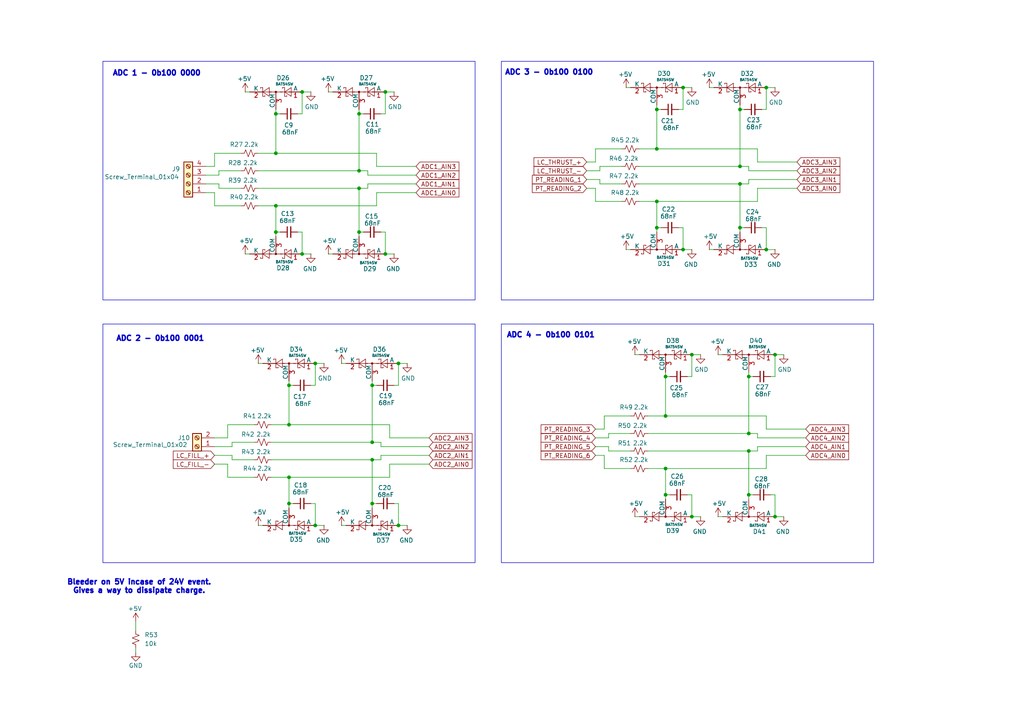
<source format=kicad_sch>
(kicad_sch (version 20250114) (generator "eeschema") (generator_version "9.0")
  (paper "A4")
  (title_block (rev "1.0.0") (company "Queen's Rocket Engineering Team"))
  (lib_symbols
    (symbol "Connector:Screw_Terminal_01x02" (pin_names (offset 1.016) (hide yes))
      (property "Reference" "J" (at 0 2.54 0))
      (property "Value" "Screw_Terminal_01x02" (at 0 -5.08 0))
      (symbol "Screw_Terminal_01x02_1_1"
        (rectangle (start -1.27 1.27) (end 1.27 -3.81) (stroke (width 0.254)) (fill (type background)))
        (polyline (pts (xy -0.5334 0.3302) (xy 0.3302 -0.508)) (stroke (width 0.1524)))
        (polyline (pts (xy -0.5334 -2.2098) (xy 0.3302 -3.048)) (stroke (width 0.1524)))
        (polyline (pts (xy -0.3556 0.508) (xy 0.508 -0.3302)) (stroke (width 0.1524)))
        (polyline (pts (xy -0.3556 -2.032) (xy 0.508 -2.8702)) (stroke (width 0.1524)))
        (circle (center 0 0) (radius 0.635) (stroke (width 0.1524)))
        (circle (center 0 -2.54) (radius 0.635) (stroke (width 0.1524)))
        (pin passive line (at -5.08 0 0) (length 3.81) (name "Pin_1") (number "1"))
        (pin passive line (at -5.08 -2.54 0) (length 3.81) (name "Pin_2") (number "2"))
      )
    )
    (symbol "Connector:Screw_Terminal_01x04" (pin_names (offset 1.016) (hide yes))
      (property "Reference" "J" (at 0 5.08 0))
      (property "Value" "Screw_Terminal_01x04" (at 0 -7.62 0))
      (symbol "Screw_Terminal_01x04_1_1"
        (rectangle (start -1.27 3.81) (end 1.27 -6.35) (stroke (width 0.254)) (fill (type background)))
        (polyline (pts (xy -0.5334 2.8702) (xy 0.3302 2.032)) (stroke (width 0.1524)))
        (polyline (pts (xy -0.5334 0.3302) (xy 0.3302 -0.508)) (stroke (width 0.1524)))
        (polyline (pts (xy -0.5334 -2.2098) (xy 0.3302 -3.048)) (stroke (width 0.1524)))
        (polyline (pts (xy -0.5334 -4.7498) (xy 0.3302 -5.588)) (stroke (width 0.1524)))
        (polyline (pts (xy -0.3556 3.048) (xy 0.508 2.2098)) (stroke (width 0.1524)))
        (polyline (pts (xy -0.3556 0.508) (xy 0.508 -0.3302)) (stroke (width 0.1524)))
        (polyline (pts (xy -0.3556 -2.032) (xy 0.508 -2.8702)) (stroke (width 0.1524)))
        (polyline (pts (xy -0.3556 -4.572) (xy 0.508 -5.4102)) (stroke (width 0.1524)))
        (circle (center 0 2.54) (radius 0.635) (stroke (width 0.1524)))
        (circle (center 0 0) (radius 0.635) (stroke (width 0.1524)))
        (circle (center 0 -2.54) (radius 0.635) (stroke (width 0.1524)))
        (circle (center 0 -5.08) (radius 0.635) (stroke (width 0.1524)))
        (pin passive line (at -5.08 2.54 0) (length 3.81) (name "Pin_1") (number "1"))
        (pin passive line (at -5.08 0 0) (length 3.81) (name "Pin_2") (number "2"))
        (pin passive line (at -5.08 -2.54 0) (length 3.81) (name "Pin_3") (number "3"))
        (pin passive line (at -5.08 -5.08 0) (length 3.81) (name "Pin_4") (number "4"))
      )
    )
    (symbol "Device:C_Small" (pin_numbers (hide yes)) (pin_names (offset 0.254) (hide yes))
      (property "Reference" "C" (at 0.254 1.778 0))
      (property "Value" "C_Small" (at 0.254 -2.032 0))
      (symbol "C_Small_0_1"
        (polyline (pts (xy -1.524 0.508) (xy 1.524 0.508)) (stroke (width 0.3048)))
        (polyline (pts (xy -1.524 -0.508) (xy 1.524 -0.508)) (stroke (width 0.3302)))
      )
      (symbol "C_Small_1_1"
        (pin passive line (at 0 2.54 270) (length 2.032) (name "~") (number "1"))
        (pin passive line (at 0 -2.54 90) (length 2.032) (name "~") (number "2"))
      )
    )
    (symbol "Device:R_Small_US" (pin_numbers (hide yes)) (pin_names (offset 0.254) (hide yes))
      (property "Reference" "R" (at 0.762 0.508 0))
      (property "Value" "R_Small_US" (at 0.762 -1.016 0))
      (symbol "R_Small_US_1_1"
        (polyline (pts (xy 0 1.524) (xy 1.016 1.143) (xy 0 0.762) (xy -1.016 0.381) (xy 0 0)))
        (polyline (pts (xy 0 0) (xy 1.016 -0.381) (xy 0 -0.762) (xy -1.016 -1.143) (xy 0 -1.524)))
        (pin passive line (at 0 2.54 270) (length 1.016) (name "~") (number "1"))
        (pin passive line (at 0 -2.54 90) (length 1.016) (name "~") (number "2"))
      )
    )
    (symbol "Diode:BAT54SW" (pin_names (offset 0))
      (property "Reference" "D" (at 0.635 -3.81 0))
      (property "Value" "BAT54SW" (at -6.35 3.175 0))
      (symbol "BAT54SW_0_1"
        (polyline (pts (xy -4.445 1.27) (xy -4.445 -1.27) (xy -2.54 0) (xy -4.445 1.27)))
        (polyline (pts (xy -3.81 0) (xy -1.27 0)))
        (polyline (pts (xy -3.175 -1.27) (xy -3.175 -1.016)))
        (polyline (pts (xy -2.54 1.27) (xy -1.905 1.27)))
        (polyline (pts (xy -2.54 -1.27) (xy -3.175 -1.27)))
        (polyline (pts (xy -2.54 -1.27) (xy -2.54 1.27)))
        (polyline (pts (xy -1.905 1.27) (xy -1.905 1.016)))
        (polyline (pts (xy -1.905 0) (xy 1.905 0)))
        (circle (center 0 0) (radius 0.254) (fill (type outline)))
        (polyline (pts (xy 1.27 0) (xy 3.81 0)))
        (polyline (pts (xy 1.905 1.27) (xy 1.905 -1.27) (xy 3.81 0) (xy 1.905 1.27)))
        (polyline (pts (xy 3.175 -1.27) (xy 3.175 -1.016)))
        (polyline (pts (xy 3.81 1.27) (xy 4.445 1.27)))
        (polyline (pts (xy 3.81 -1.27) (xy 3.175 -1.27)))
        (polyline (pts (xy 3.81 -1.27) (xy 3.81 1.27)))
        (polyline (pts (xy 4.445 1.27) (xy 4.445 1.016)))
      )
      (symbol "BAT54SW_1_1"
        (pin passive line (at -7.62 0 0) (length 3.81) (name "A") (number "1"))
        (pin passive line (at 0 -5.08 90) (length 5.08) (name "COM") (number "3"))
        (pin passive line (at 7.62 0 180) (length 3.81) (name "K") (number "2"))
      )
    )
    (symbol "power:+3.3V" (power) (pin_numbers (hide yes)) (pin_names (offset 0) (hide yes))
      (property "Value" "+3.3V" (at 0 3.556 0))
      (symbol "+3.3V_0_1"
        (polyline (pts (xy -0.762 1.27) (xy 0 2.54)))
        (polyline (pts (xy 0 2.54) (xy 0.762 1.27)))
        (polyline (pts (xy 0 0) (xy 0 2.54)))
      )
      (symbol "+3.3V_1_1"
        (pin power_in line (at 0 0 90) (length 0) (name "~") (number "1"))
      )
    )
    (symbol "power:GND" (power) (pin_numbers (hide yes)) (pin_names (offset 0) (hide yes))
      (property "Value" "GND" (at 0 -3.81 0))
      (symbol "GND_0_1"
        (polyline (pts (xy 0 0) (xy 0 -1.27) (xy 1.27 -1.27) (xy 0 -2.54) (xy -1.27 -1.27) (xy 0 -1.27)))
      )
      (symbol "GND_1_1"
        (pin power_in line (at 0 0 270) (length 0) (name "~") (number "1"))
      )
    )
  )
  (rectangle (start 29.845 93.98) (end 137.795 163.195))
  (rectangle (start 145.415 17.78) (end 253.365 86.995))
  (rectangle (start 29.845 17.78) (end 137.795 86.995))
  (rectangle (start 145.415 93.98) (end 253.365 163.195))
  (text "ADC 3 - 0b100 0100" (at 159.258 21.082 0) (effects (font (size 1.524 1.524) (thickness 0.4064) (bold yes))))
  (text "ADC 2 - 0b100 0001" (at 46.482 98.298 0) (effects (font (size 1.524 1.524) (thickness 0.4064) (bold yes))))
  (text "ADC 4 - 0b100 0101" (at 159.766 97.282 0) (effects (font (size 1.524 1.524) (thickness 0.4064) (bold yes))))
  (text "Bleeder on 5V incase of 24V event.\nGives a way to dissipate charge." (at 40.386 170.18 0) (effects (font (size 1.524 1.524) (thickness 0.4064) (bold yes))))
  (text "ADC 1 - 0b100 0000" (at 45.466 21.336 0) (effects (font (size 1.524 1.524) (thickness 0.4064) (bold yes))))
  (junction (at 80.01 44.45))
  (junction (at 193.04 143.51))
  (junction (at 224.79 102.87))
  (junction (at 200.66 102.87))
  (junction (at 83.82 111.76))
  (junction (at 107.95 128.27))
  (junction (at 104.14 67.31))
  (junction (at 193.04 109.22))
  (junction (at 115.57 105.41))
  (junction (at 107.95 133.35))
  (junction (at 91.44 152.4))
  (junction (at 83.82 123.19))
  (junction (at 190.5 58.42))
  (junction (at 222.25 25.4))
  (junction (at 83.82 146.05))
  (junction (at 214.63 66.04))
  (junction (at 217.17 109.22))
  (junction (at 217.17 130.81))
  (junction (at 190.5 31.75))
  (junction (at 83.82 138.43))
  (junction (at 107.95 111.76))
  (junction (at 190.5 66.04))
  (junction (at 80.01 67.31))
  (junction (at 198.12 72.39))
  (junction (at 104.14 33.02))
  (junction (at 115.57 152.4))
  (junction (at 104.14 54.61))
  (junction (at 107.95 146.05))
  (junction (at 80.01 33.02))
  (junction (at 214.63 53.34))
  (junction (at 198.12 25.4))
  (junction (at 193.04 120.65))
  (junction (at 193.04 135.89))
  (junction (at 217.17 125.73))
  (junction (at 104.14 49.53))
  (junction (at 214.63 31.75))
  (junction (at 111.76 73.66))
  (junction (at 217.17 143.51))
  (junction (at 222.25 72.39))
  (junction (at 200.66 149.86))
  (junction (at 87.63 73.66))
  (junction (at 111.76 26.67))
  (junction (at 190.5 43.18))
  (junction (at 224.79 149.86))
  (junction (at 214.63 48.26))
  (junction (at 91.44 105.41))
  (junction (at 80.01 59.69))
  (junction (at 87.63 26.67))
  (wire (pts (xy 217.17 143.51) (xy 217.17 144.78)))
  (wire (pts (xy 218.44 109.22) (xy 217.17 109.22)))
  (wire (pts (xy 66.04 134.62) (xy 66.04 138.43)))
  (wire (pts (xy 193.04 109.22) (xy 193.04 107.95)))
  (wire (pts (xy 107.95 133.35) (xy 107.95 146.05)))
  (wire (pts (xy 190.5 58.42) (xy 190.5 66.04)))
  (wire (pts (xy 200.66 72.39) (xy 198.12 72.39)))
  (wire (pts (xy 115.57 111.76) (xy 114.3 111.76)))
  (wire (pts (xy 200.66 25.4) (xy 198.12 25.4)))
  (wire (pts (xy 80.01 59.69) (xy 109.22 59.69)))
  (wire (pts (xy 95.25 26.67) (xy 96.52 26.67)))
  (wire (pts (xy 63.5 54.61) (xy 69.85 54.61)))
  (wire (pts (xy 172.72 132.08) (xy 175.26 132.08)))
  (wire (pts (xy 214.63 53.34) (xy 214.63 66.04)))
  (wire (pts (xy 90.17 26.67) (xy 87.63 26.67)))
  (wire (pts (xy 176.53 129.54) (xy 176.53 130.81)))
  (wire (pts (xy 104.14 54.61) (xy 106.68 54.61)))
  (wire (pts (xy 78.74 138.43) (xy 83.82 138.43)))
  (wire (pts (xy 74.93 49.53) (xy 104.14 49.53)))
  (wire (pts (xy 181.61 25.4) (xy 182.88 25.4)))
  (wire (pts (xy 63.5 53.34) (xy 63.5 54.61)))
  (wire (pts (xy 62.23 132.08) (xy 67.31 132.08)))
  (wire (pts (xy 66.04 138.43) (xy 73.66 138.43)))
  (wire (pts (xy 217.17 109.22) (xy 217.17 125.73)))
  (wire (pts (xy 198.12 66.04) (xy 196.85 66.04)))
  (wire (pts (xy 85.09 111.76) (xy 83.82 111.76)))
  (wire (pts (xy 110.49 132.08) (xy 124.46 132.08)))
  (wire (pts (xy 224.79 25.4) (xy 222.25 25.4)))
  (wire (pts (xy 62.23 127) (xy 66.04 127)))
  (wire (pts (xy 83.82 123.19) (xy 113.03 123.19)))
  (wire (pts (xy 224.79 109.22) (xy 223.52 109.22)))
  (wire (pts (xy 87.63 33.02) (xy 86.36 33.02)))
  (wire (pts (xy 217.17 48.26) (xy 217.17 49.53)))
  (wire (pts (xy 104.14 33.02) (xy 104.14 31.75)))
  (wire (pts (xy 170.18 46.99) (xy 172.72 46.99)))
  (wire (pts (xy 114.3 73.66) (xy 111.76 73.66)))
  (wire (pts (xy 87.63 67.31) (xy 86.36 67.31)))
  (wire (pts (xy 91.44 146.05) (xy 90.17 146.05)))
  (wire (pts (xy 109.22 55.88) (xy 120.65 55.88)))
  (wire (pts (xy 172.72 58.42) (xy 180.34 58.42)))
  (wire (pts (xy 219.71 130.81) (xy 219.71 129.54)))
  (wire (pts (xy 227.33 102.87) (xy 224.79 102.87)))
  (wire (pts (xy 104.14 67.31) (xy 104.14 68.58)))
  (wire (pts (xy 185.42 43.18) (xy 190.5 43.18)))
  (wire (pts (xy 74.93 152.4) (xy 76.2 152.4)))
  (wire (pts (xy 83.82 138.43) (xy 113.03 138.43)))
  (wire (pts (xy 113.03 123.19) (xy 113.03 127)))
  (wire (pts (xy 106.68 50.8) (xy 120.65 50.8)))
  (wire (pts (xy 99.06 152.4) (xy 100.33 152.4)))
  (wire (pts (xy 170.18 52.07) (xy 173.99 52.07)))
  (wire (pts (xy 85.09 146.05) (xy 83.82 146.05)))
  (wire (pts (xy 93.98 152.4) (xy 91.44 152.4)))
  (wire (pts (xy 203.2 149.86) (xy 200.66 149.86)))
  (wire (pts (xy 173.99 49.53) (xy 173.99 48.26)))
  (wire (pts (xy 83.82 138.43) (xy 83.82 146.05)))
  (wire (pts (xy 83.82 146.05) (xy 83.82 147.32)))
  (wire (pts (xy 184.15 102.87) (xy 185.42 102.87)))
  (wire (pts (xy 194.31 109.22) (xy 193.04 109.22)))
  (wire (pts (xy 222.25 124.46) (xy 233.68 124.46)))
  (wire (pts (xy 214.63 31.75) (xy 214.63 30.48)))
  (wire (pts (xy 62.23 134.62) (xy 66.04 134.62)))
  (wire (pts (xy 181.61 72.39) (xy 182.88 72.39)))
  (wire (pts (xy 91.44 111.76) (xy 90.17 111.76)))
  (wire (pts (xy 80.01 33.02) (xy 80.01 44.45)))
  (wire (pts (xy 106.68 49.53) (xy 106.68 50.8)))
  (wire (pts (xy 106.68 53.34) (xy 120.65 53.34)))
  (wire (pts (xy 109.22 111.76) (xy 107.95 111.76)))
  (wire (pts (xy 59.69 50.8) (xy 63.5 50.8)))
  (wire (pts (xy 222.25 66.04) (xy 220.98 66.04)))
  (wire (pts (xy 74.93 59.69) (xy 80.01 59.69)))
  (wire (pts (xy 217.17 130.81) (xy 217.17 143.51)))
  (wire (pts (xy 193.04 109.22) (xy 193.04 120.65)))
  (wire (pts (xy 71.12 26.67) (xy 72.39 26.67)))
  (wire (pts (xy 175.26 124.46) (xy 175.26 120.65)))
  (wire (pts (xy 214.63 66.04) (xy 214.63 67.31)))
  (wire (pts (xy 190.5 31.75) (xy 190.5 30.48)))
  (wire (pts (xy 190.5 31.75) (xy 190.5 43.18)))
  (wire (pts (xy 95.25 73.66) (xy 96.52 73.66)))
  (wire (pts (xy 111.76 33.02) (xy 110.49 33.02)))
  (wire (pts (xy 90.17 73.66) (xy 87.63 73.66)))
  (wire (pts (xy 219.71 54.61) (xy 231.14 54.61)))
  (wire (pts (xy 81.28 67.31) (xy 80.01 67.31)))
  (wire (pts (xy 203.2 102.87) (xy 200.66 102.87)))
  (wire (pts (xy 194.31 143.51) (xy 193.04 143.51)))
  (wire (pts (xy 107.95 146.05) (xy 107.95 147.32)))
  (wire (pts (xy 67.31 129.54) (xy 67.31 128.27)))
  (wire (pts (xy 111.76 33.02) (xy 111.76 26.67)))
  (wire (pts (xy 224.79 143.51) (xy 223.52 143.51)))
  (wire (pts (xy 63.5 50.8) (xy 63.5 49.53)))
  (wire (pts (xy 80.01 67.31) (xy 80.01 68.58)))
  (wire (pts (xy 115.57 111.76) (xy 115.57 105.41)))
  (wire (pts (xy 187.96 120.65) (xy 193.04 120.65)))
  (wire (pts (xy 66.04 123.19) (xy 73.66 123.19)))
  (wire (pts (xy 215.9 31.75) (xy 214.63 31.75)))
  (wire (pts (xy 187.96 135.89) (xy 193.04 135.89)))
  (wire (pts (xy 193.04 120.65) (xy 222.25 120.65)))
  (wire (pts (xy 62.23 129.54) (xy 67.31 129.54)))
  (wire (pts (xy 39.37 182.88) (xy 39.37 180.34)))
  (wire (pts (xy 62.23 59.69) (xy 69.85 59.69)))
  (wire (pts (xy 93.98 105.41) (xy 91.44 105.41)))
  (wire (pts (xy 208.28 149.86) (xy 209.55 149.86)))
  (wire (pts (xy 224.79 143.51) (xy 224.79 149.86)))
  (wire (pts (xy 217.17 53.34) (xy 217.17 52.07)))
  (wire (pts (xy 219.71 127) (xy 233.68 127)))
  (wire (pts (xy 198.12 31.75) (xy 198.12 25.4)))
  (wire (pts (xy 110.49 129.54) (xy 124.46 129.54)))
  (wire (pts (xy 217.17 52.07) (xy 231.14 52.07)))
  (wire (pts (xy 198.12 66.04) (xy 198.12 72.39)))
  (wire (pts (xy 172.72 46.99) (xy 172.72 43.18)))
  (wire (pts (xy 118.11 152.4) (xy 115.57 152.4)))
  (wire (pts (xy 214.63 48.26) (xy 217.17 48.26)))
  (wire (pts (xy 91.44 111.76) (xy 91.44 105.41)))
  (wire (pts (xy 67.31 128.27) (xy 73.66 128.27)))
  (wire (pts (xy 66.04 127) (xy 66.04 123.19)))
  (wire (pts (xy 217.17 49.53) (xy 231.14 49.53)))
  (wire (pts (xy 113.03 134.62) (xy 124.46 134.62)))
  (wire (pts (xy 80.01 44.45) (xy 109.22 44.45)))
  (wire (pts (xy 78.74 128.27) (xy 107.95 128.27)))
  (wire (pts (xy 172.72 127) (xy 176.53 127)))
  (wire (pts (xy 222.25 31.75) (xy 222.25 25.4)))
  (wire (pts (xy 172.72 129.54) (xy 176.53 129.54)))
  (wire (pts (xy 176.53 130.81) (xy 182.88 130.81)))
  (wire (pts (xy 115.57 146.05) (xy 114.3 146.05)))
  (wire (pts (xy 113.03 138.43) (xy 113.03 134.62)))
  (wire (pts (xy 78.74 123.19) (xy 83.82 123.19)))
  (wire (pts (xy 109.22 48.26) (xy 120.65 48.26)))
  (wire (pts (xy 71.12 73.66) (xy 72.39 73.66)))
  (wire (pts (xy 222.25 132.08) (xy 233.68 132.08)))
  (wire (pts (xy 74.93 44.45) (xy 80.01 44.45)))
  (wire (pts (xy 219.71 58.42) (xy 219.71 54.61)))
  (wire (pts (xy 67.31 133.35) (xy 73.66 133.35)))
  (wire (pts (xy 59.69 53.34) (xy 63.5 53.34)))
  (wire (pts (xy 205.74 72.39) (xy 207.01 72.39)))
  (wire (pts (xy 222.25 135.89) (xy 222.25 132.08)))
  (wire (pts (xy 217.17 130.81) (xy 219.71 130.81)))
  (wire (pts (xy 219.71 43.18) (xy 219.71 46.99)))
  (wire (pts (xy 74.93 54.61) (xy 104.14 54.61)))
  (wire (pts (xy 184.15 149.86) (xy 185.42 149.86)))
  (wire (pts (xy 115.57 146.05) (xy 115.57 152.4)))
  (wire (pts (xy 80.01 59.69) (xy 80.01 67.31)))
  (wire (pts (xy 104.14 33.02) (xy 104.14 49.53)))
  (wire (pts (xy 173.99 52.07) (xy 173.99 53.34)))
  (wire (pts (xy 175.26 135.89) (xy 182.88 135.89)))
  (wire (pts (xy 173.99 53.34) (xy 180.34 53.34)))
  (wire (pts (xy 198.12 31.75) (xy 196.85 31.75)))
  (wire (pts (xy 191.77 66.04) (xy 190.5 66.04)))
  (wire (pts (xy 222.25 120.65) (xy 222.25 124.46)))
  (wire (pts (xy 193.04 143.51) (xy 193.04 144.78)))
  (wire (pts (xy 74.93 105.41) (xy 76.2 105.41)))
  (wire (pts (xy 109.22 44.45) (xy 109.22 48.26)))
  (wire (pts (xy 205.74 25.4) (xy 207.01 25.4)))
  (wire (pts (xy 208.28 102.87) (xy 209.55 102.87)))
  (wire (pts (xy 107.95 111.76) (xy 107.95 128.27)))
  (wire (pts (xy 187.96 125.73) (xy 217.17 125.73)))
  (wire (pts (xy 83.82 111.76) (xy 83.82 123.19)))
  (wire (pts (xy 111.76 67.31) (xy 110.49 67.31)))
  (wire (pts (xy 219.71 125.73) (xy 219.71 127)))
  (wire (pts (xy 39.37 189.23) (xy 39.37 187.96)))
  (wire (pts (xy 59.69 55.88) (xy 62.23 55.88)))
  (wire (pts (xy 110.49 133.35) (xy 110.49 132.08)))
  (wire (pts (xy 109.22 146.05) (xy 107.95 146.05)))
  (wire (pts (xy 217.17 125.73) (xy 219.71 125.73)))
  (wire (pts (xy 80.01 33.02) (xy 80.01 31.75)))
  (wire (pts (xy 224.79 109.22) (xy 224.79 102.87)))
  (wire (pts (xy 217.17 109.22) (xy 217.17 107.95)))
  (wire (pts (xy 105.41 67.31) (xy 104.14 67.31)))
  (wire (pts (xy 62.23 55.88) (xy 62.23 59.69)))
  (wire (pts (xy 200.66 109.22) (xy 199.39 109.22)))
  (wire (pts (xy 176.53 127) (xy 176.53 125.73)))
  (wire (pts (xy 91.44 146.05) (xy 91.44 152.4)))
  (wire (pts (xy 200.66 143.51) (xy 200.66 149.86)))
  (wire (pts (xy 62.23 48.26) (xy 62.23 44.45)))
  (wire (pts (xy 200.66 143.51) (xy 199.39 143.51)))
  (wire (pts (xy 214.63 31.75) (xy 214.63 48.26)))
  (wire (pts (xy 219.71 129.54) (xy 233.68 129.54)))
  (wire (pts (xy 222.25 31.75) (xy 220.98 31.75)))
  (wire (pts (xy 170.18 54.61) (xy 172.72 54.61)))
  (wire (pts (xy 227.33 149.86) (xy 224.79 149.86)))
  (wire (pts (xy 185.42 58.42) (xy 190.5 58.42)))
  (wire (pts (xy 114.3 26.67) (xy 111.76 26.67)))
  (wire (pts (xy 118.11 105.41) (xy 115.57 105.41)))
  (wire (pts (xy 172.72 54.61) (xy 172.72 58.42)))
  (wire (pts (xy 99.06 105.41) (xy 100.33 105.41)))
  (wire (pts (xy 104.14 54.61) (xy 104.14 67.31)))
  (wire (pts (xy 62.23 44.45) (xy 69.85 44.45)))
  (wire (pts (xy 63.5 49.53) (xy 69.85 49.53)))
  (wire (pts (xy 59.69 48.26) (xy 62.23 48.26)))
  (wire (pts (xy 172.72 124.46) (xy 175.26 124.46)))
  (wire (pts (xy 67.31 132.08) (xy 67.31 133.35)))
  (wire (pts (xy 187.96 130.81) (xy 217.17 130.81)))
  (wire (pts (xy 218.44 143.51) (xy 217.17 143.51)))
  (wire (pts (xy 185.42 53.34) (xy 214.63 53.34)))
  (wire (pts (xy 175.26 120.65) (xy 182.88 120.65)))
  (wire (pts (xy 105.41 33.02) (xy 104.14 33.02)))
  (wire (pts (xy 224.79 72.39) (xy 222.25 72.39)))
  (wire (pts (xy 110.49 128.27) (xy 110.49 129.54)))
  (wire (pts (xy 193.04 135.89) (xy 193.04 143.51)))
  (wire (pts (xy 185.42 48.26) (xy 214.63 48.26)))
  (wire (pts (xy 193.04 135.89) (xy 222.25 135.89)))
  (wire (pts (xy 109.22 59.69) (xy 109.22 55.88)))
  (wire (pts (xy 106.68 54.61) (xy 106.68 53.34)))
  (wire (pts (xy 215.9 66.04) (xy 214.63 66.04)))
  (wire (pts (xy 170.18 49.53) (xy 173.99 49.53)))
  (wire (pts (xy 78.74 133.35) (xy 107.95 133.35)))
  (wire (pts (xy 83.82 111.76) (xy 83.82 110.49)))
  (wire (pts (xy 190.5 43.18) (xy 219.71 43.18)))
  (wire (pts (xy 200.66 109.22) (xy 200.66 102.87)))
  (wire (pts (xy 191.77 31.75) (xy 190.5 31.75)))
  (wire (pts (xy 87.63 67.31) (xy 87.63 73.66)))
  (wire (pts (xy 219.71 46.99) (xy 231.14 46.99)))
  (wire (pts (xy 113.03 127) (xy 124.46 127)))
  (wire (pts (xy 107.95 111.76) (xy 107.95 110.49)))
  (wire (pts (xy 172.72 43.18) (xy 180.34 43.18)))
  (wire (pts (xy 214.63 53.34) (xy 217.17 53.34)))
  (wire (pts (xy 107.95 133.35) (xy 110.49 133.35)))
  (wire (pts (xy 107.95 128.27) (xy 110.49 128.27)))
  (wire (pts (xy 111.76 67.31) (xy 111.76 73.66)))
  (wire (pts (xy 81.28 33.02) (xy 80.01 33.02)))
  (wire (pts (xy 176.53 125.73) (xy 182.88 125.73)))
  (wire (pts (xy 104.14 49.53) (xy 106.68 49.53)))
  (wire (pts (xy 173.99 48.26) (xy 180.34 48.26)))
  (wire (pts (xy 222.25 66.04) (xy 222.25 72.39)))
  (wire (pts (xy 87.63 33.02) (xy 87.63 26.67)))
  (wire (pts (xy 175.26 132.08) (xy 175.26 135.89)))
  (wire (pts (xy 190.5 58.42) (xy 219.71 58.42)))
  (wire (pts (xy 190.5 66.04) (xy 190.5 67.31)))
  (global_label "ADC4_AIN1" (shape input) (at 233.68 129.54 0) (property "Intersheetrefs" "${INTERSHEET_REFS}" (effects (hide yes))))
  (global_label "LC_FILL_-" (shape input) (at 62.23 134.62 180) (property "Intersheetrefs" "${INTERSHEET_REFS}" (effects (hide yes))))
  (global_label "PT_READING_2" (shape input) (at 170.18 54.61 180) (property "Intersheetrefs" "${INTERSHEET_REFS}" (effects (hide yes))))
  (global_label "ADC3_AIN2" (shape input) (at 231.14 49.53 0) (property "Intersheetrefs" "${INTERSHEET_REFS}" (effects (hide yes))))
  (global_label "ADC4_AIN3" (shape input) (at 233.68 124.46 0) (property "Intersheetrefs" "${INTERSHEET_REFS}" (effects (hide yes))))
  (global_label "ADC1_AIN1" (shape input) (at 120.65 53.34 0) (property "Intersheetrefs" "${INTERSHEET_REFS}" (effects (hide yes))))
  (global_label "ADC2_AIN0" (shape input) (at 124.46 134.62 0) (property "Intersheetrefs" "${INTERSHEET_REFS}" (effects (hide yes))))
  (global_label "ADC1_AIN0" (shape input) (at 120.65 55.88 0) (property "Intersheetrefs" "${INTERSHEET_REFS}" (effects (hide yes))))
  (global_label "ADC3_AIN1" (shape input) (at 231.14 52.07 0) (property "Intersheetrefs" "${INTERSHEET_REFS}" (effects (hide yes))))
  (global_label "ADC1_AIN3" (shape input) (at 120.65 48.26 0) (property "Intersheetrefs" "${INTERSHEET_REFS}" (effects (hide yes))))
  (global_label "ADC2_AIN2" (shape input) (at 124.46 129.54 0) (property "Intersheetrefs" "${INTERSHEET_REFS}" (effects (hide yes))))
  (global_label "ADC3_AIN0" (shape input) (at 231.14 54.61 0) (property "Intersheetrefs" "${INTERSHEET_REFS}" (effects (hide yes))))
  (global_label "LC_THRUST_-" (shape input) (at 170.18 49.53 180) (property "Intersheetrefs" "${INTERSHEET_REFS}" (effects (hide yes))))
  (global_label "PT_READING_1" (shape input) (at 170.18 52.07 180) (property "Intersheetrefs" "${INTERSHEET_REFS}" (effects (hide yes))))
  (global_label "PT_READING_5" (shape input) (at 172.72 129.54 180) (property "Intersheetrefs" "${INTERSHEET_REFS}" (effects (hide yes))))
  (global_label "ADC4_AIN2" (shape input) (at 233.68 127 0) (property "Intersheetrefs" "${INTERSHEET_REFS}" (effects (hide yes))))
  (global_label "PT_READING_4" (shape input) (at 172.72 127 180) (property "Intersheetrefs" "${INTERSHEET_REFS}" (effects (hide yes))))
  (global_label "ADC1_AIN2" (shape input) (at 120.65 50.8 0) (property "Intersheetrefs" "${INTERSHEET_REFS}" (effects (hide yes))))
  (global_label "LC_FILL_+" (shape input) (at 62.23 132.08 180) (property "Intersheetrefs" "${INTERSHEET_REFS}" (effects (hide yes))))
  (global_label "ADC2_AIN3" (shape input) (at 124.46 127 0) (property "Intersheetrefs" "${INTERSHEET_REFS}" (effects (hide yes))))
  (global_label "LC_THRUST_+" (shape input) (at 170.18 46.99 180) (property "Intersheetrefs" "${INTERSHEET_REFS}" (effects (hide yes))))
  (global_label "PT_READING_6" (shape input) (at 172.72 132.08 180) (property "Intersheetrefs" "${INTERSHEET_REFS}" (effects (hide yes))))
  (global_label "ADC2_AIN1" (shape input) (at 124.46 132.08 0) (property "Intersheetrefs" "${INTERSHEET_REFS}" (effects (hide yes))))
  (global_label "PT_READING_3" (shape input) (at 172.72 124.46 180) (property "Intersheetrefs" "${INTERSHEET_REFS}" (effects (hide yes))))
  (global_label "ADC3_AIN3" (shape input) (at 231.14 46.99 0) (property "Intersheetrefs" "${INTERSHEET_REFS}" (effects (hide yes))))
  (global_label "ADC4_AIN0" (shape input) (at 233.68 132.08 0) (property "Intersheetrefs" "${INTERSHEET_REFS}" (effects (hide yes))))
  (symbol (lib_id "Device:C_Small") (at 218.44 66.04 90) (mirror x) (unit 1)
    (property "Reference" "C24" (at 220.218 61.468 90) (effects (justify left)))
    (property "Value" "68nF" (at 220.98 63.5 90) (effects (justify left)))
    (property "Footprint" "Capacitor_SMD:C_0805_2012Metric" (effects (hide yes)))
    (property "Description" "Unpolarized capacitor, small symbol" (effects (hide yes)))
  )
  (symbol (lib_id "power:+3.3V") (at 74.93 152.4 0) (mirror y) (unit 1)
    (property "Reference" "#PWR0103" (effects (hide yes)))
    (property "Value" "+5V" (at 75.184 148.59 0))
    (property "Description" "Power symbol creates a global label with name \"+3.3V\"" (effects (hide yes)))
  )
  (symbol (lib_id "Device:R_Small_US") (at 182.88 58.42 90) (unit 1)
    (property "Reference" "R48" (at 179.07 55.88 90))
    (property "Value" "2.2k" (at 183.388 55.88 90))
    (property "Footprint" "Resistor_SMD:R_0402_1005Metric" (effects (hide yes)))
    (property "Description" "Resistor, small US symbol" (effects (hide yes)))
  )
  (symbol (lib_id "power:+3.3V") (at 74.93 105.41 0) (unit 1)
    (property "Reference" "#PWR0102" (effects (hide yes)))
    (property "Value" "+5V" (at 74.676 101.6 0))
    (property "Description" "Power symbol creates a global label with name \"+3.3V\"" (effects (hide yes)))
  )
  (symbol (lib_id "power:+3.3V") (at 205.74 25.4 0) (unit 1)
    (property "Reference" "#PWR0111" (effects (hide yes)))
    (property "Value" "+5V" (at 205.486 21.59 0))
    (property "Description" "Power symbol creates a global label with name \"+3.3V\"" (effects (hide yes)))
  )
  (symbol (lib_id "Diode:BAT54SW") (at 80.01 73.66 180) (unit 1)
    (property "Reference" "D28" (at 84.074 77.724 0) (effects (justify left)))
    (property "Value" "BAT54SW" (at 85.09 75.946 0) (effects (font (size 0.762 0.762)) (justify left)))
    (property "Footprint" "Package_TO_SOT_SMD:SOT-323_SC-70" (effects (hide yes)))
    (property "Datasheet" "https://assets.nexperia.com/documents/data-sheet/BAT54W_SER.pdf" (effects (hide yes)))
    (property "Description" "Vr 30V, If 200mA, Dual schottky barrier diode, in series, SOT-323" (effects (hide yes)))
  )
  (symbol (lib_id "Device:C_Small") (at 196.85 109.22 90) (unit 1)
    (property "Reference" "C25" (at 198.12 112.522 90) (effects (justify left)))
    (property "Value" "68nF" (at 199.644 114.554 90) (effects (justify left)))
    (property "Footprint" "Capacitor_SMD:C_0805_2012Metric" (effects (hide yes)))
    (property "Description" "Unpolarized capacitor, small symbol" (effects (hide yes)))
  )
  (symbol (lib_id "power:+3.3V") (at 39.37 180.34 0) (unit 1)
    (property "Reference" "#PWR0126" (effects (hide yes)))
    (property "Value" "+5V" (at 39.116 176.53 0))
    (property "Description" "Power symbol creates a global label with name \"+3.3V\"" (effects (hide yes)))
  )
  (symbol (lib_id "power:GND") (at 90.17 26.67 0) (unit 1)
    (property "Reference" "#PWR0128" (effects (hide yes)))
    (property "Value" "GND" (at 90.424 30.988 0))
    (property "Description" "Power symbol creates a global label with name \"GND\" , ground" (effects (hide yes)))
  )
  (symbol (lib_id "Device:R_Small_US") (at 182.88 48.26 90) (unit 1)
    (property "Reference" "R46" (at 178.562 45.974 90))
    (property "Value" "2.2k" (at 183.134 45.974 90))
    (property "Footprint" "Resistor_SMD:R_0402_1005Metric" (effects (hide yes)))
    (property "Description" "Resistor, small US symbol" (effects (hide yes)))
  )
  (symbol (lib_id "Device:C_Small") (at 83.82 67.31 90) (mirror x) (unit 1)
    (property "Reference" "C13" (at 85.344 61.976 90) (effects (justify left)))
    (property "Value" "68nF" (at 85.852 64.008 90) (effects (justify left)))
    (property "Footprint" "Capacitor_SMD:C_0805_2012Metric" (effects (hide yes)))
    (property "Description" "Unpolarized capacitor, small symbol" (effects (hide yes)))
  )
  (symbol (lib_id "Device:C_Small") (at 87.63 111.76 90) (unit 1)
    (property "Reference" "C17" (at 88.9 115.062 90) (effects (justify left)))
    (property "Value" "68nF" (at 90.424 117.094 90) (effects (justify left)))
    (property "Footprint" "Capacitor_SMD:C_0805_2012Metric" (effects (hide yes)))
    (property "Description" "Unpolarized capacitor, small symbol" (effects (hide yes)))
  )
  (symbol (lib_id "power:+3.3V") (at 208.28 102.87 0) (unit 1)
    (property "Reference" "#PWR0108" (effects (hide yes)))
    (property "Value" "+5V" (at 208.026 99.06 0))
    (property "Description" "Power symbol creates a global label with name \"+3.3V\"" (effects (hide yes)))
  )
  (symbol (lib_id "Device:C_Small") (at 83.82 33.02 90) (unit 1)
    (property "Reference" "C9" (at 85.09 36.322 90) (effects (justify left)))
    (property "Value" "68nF" (at 86.614 38.354 90) (effects (justify left)))
    (property "Footprint" "Capacitor_SMD:C_0805_2012Metric" (effects (hide yes)))
    (property "Description" "Unpolarized capacitor, small symbol" (effects (hide yes)))
  )
  (symbol (lib_id "Diode:BAT54SW") (at 217.17 149.86 180) (unit 1)
    (property "Reference" "D41" (at 222.25 154.178 0) (effects (justify left)))
    (property "Value" "BAT54SW" (at 222.504 152.4 0) (effects (font (size 0.762 0.762)) (justify left)))
    (property "Footprint" "Package_TO_SOT_SMD:SOT-323_SC-70" (effects (hide yes)))
    (property "Datasheet" "https://assets.nexperia.com/documents/data-sheet/BAT54W_SER.pdf" (effects (hide yes)))
    (property "Description" "Vr 30V, If 200mA, Dual schottky barrier diode, in series, SOT-323" (effects (hide yes)))
  )
  (symbol (lib_id "Diode:BAT54SW") (at 80.01 26.67 0) (mirror y) (unit 1)
    (property "Reference" "D26" (at 84.074 22.606 0) (effects (justify left)))
    (property "Value" "BAT54SW" (at 85.09 24.384 0) (effects (font (size 0.762 0.762)) (justify left)))
    (property "Footprint" "Package_TO_SOT_SMD:SOT-323_SC-70" (effects (hide yes)))
    (property "Datasheet" "https://assets.nexperia.com/documents/data-sheet/BAT54W_SER.pdf" (effects (hide yes)))
    (property "Description" "Vr 30V, If 200mA, Dual schottky barrier diode, in series, SOT-323" (effects (hide yes)))
  )
  (symbol (lib_id "Diode:BAT54SW") (at 193.04 102.87 0) (mirror y) (unit 1)
    (property "Reference" "D38" (at 197.104 98.806 0) (effects (justify left)))
    (property "Value" "BAT54SW" (at 198.12 100.584 0) (effects (font (size 0.762 0.762)) (justify left)))
    (property "Footprint" "Package_TO_SOT_SMD:SOT-323_SC-70" (effects (hide yes)))
    (property "Datasheet" "https://assets.nexperia.com/documents/data-sheet/BAT54W_SER.pdf" (effects (hide yes)))
    (property "Description" "Vr 30V, If 200mA, Dual schottky barrier diode, in series, SOT-323" (effects (hide yes)))
  )
  (symbol (lib_id "power:+3.3V") (at 99.06 152.4 0) (mirror y) (unit 1)
    (property "Reference" "#PWR0105" (effects (hide yes)))
    (property "Value" "+5V" (at 99.314 148.59 0))
    (property "Description" "Power symbol creates a global label with name \"+3.3V\"" (effects (hide yes)))
  )
  (symbol (lib_id "power:GND") (at 114.3 73.66 0) (mirror y) (unit 1)
    (property "Reference" "#PWR0131" (effects (hide yes)))
    (property "Value" "GND" (at 114.046 77.978 0))
    (property "Description" "Power symbol creates a global label with name \"GND\" , ground" (effects (hide yes)))
  )
  (symbol (lib_id "power:GND") (at 227.33 102.87 0) (unit 1)
    (property "Reference" "#PWR0142" (effects (hide yes)))
    (property "Value" "GND" (at 227.584 107.188 0))
    (property "Description" "Power symbol creates a global label with name \"GND\" , ground" (effects (hide yes)))
  )
  (symbol (lib_id "Device:R_Small_US") (at 76.2 128.27 90) (unit 1)
    (property "Reference" "R42" (at 71.882 125.984 90))
    (property "Value" "2.2k" (at 76.454 125.984 90))
    (property "Footprint" "Resistor_SMD:R_0402_1005Metric" (effects (hide yes)))
    (property "Description" "Resistor, small US symbol" (effects (hide yes)))
  )
  (symbol (lib_id "Connector:Screw_Terminal_01x02") (at 57.15 129.54 180) (unit 1) (in_bom no)
    (property "Reference" "J10" (at 53.34 127 0))
    (property "Value" "Screw_Terminal_01x02" (at 54.356 128.27 0) (effects (justify left bottom)))
    (property "Footprint" "TerminalBlock:TerminalBlock_Xinya_XY308-2.54-2P_1x02_P2.54mm_Horizontal" (effects (hide yes)))
    (property "Description" "Generic screw terminal, single row, 01x02, script generated (kicad-library-utils/schlib/autogen/connector/)" (effects (hide yes)))
  )
  (symbol (lib_id "Device:R_Small_US") (at 185.42 125.73 90) (unit 1)
    (property "Reference" "R50" (at 181.102 123.444 90))
    (property "Value" "2.2k" (at 185.674 123.444 90))
    (property "Footprint" "Resistor_SMD:R_0402_1005Metric" (effects (hide yes)))
    (property "Description" "Resistor, small US symbol" (effects (hide yes)))
  )
  (symbol (lib_id "Device:C_Small") (at 196.85 143.51 90) (mirror x) (unit 1)
    (property "Reference" "C26" (at 198.374 138.176 90) (effects (justify left)))
    (property "Value" "68nF" (at 198.882 140.208 90) (effects (justify left)))
    (property "Footprint" "Capacitor_SMD:C_0805_2012Metric" (effects (hide yes)))
    (property "Description" "Unpolarized capacitor, small symbol" (effects (hide yes)))
  )
  (symbol (lib_id "power:+3.3V") (at 181.61 72.39 0) (mirror y) (unit 1)
    (property "Reference" "#PWR0110" (effects (hide yes)))
    (property "Value" "+5V" (at 181.864 68.58 0))
    (property "Description" "Power symbol creates a global label with name \"+3.3V\"" (effects (hide yes)))
  )
  (symbol (lib_id "Device:C_Small") (at 218.44 31.75 90) (unit 1)
    (property "Reference" "C23" (at 220.472 34.798 90) (effects (justify left)))
    (property "Value" "68nF" (at 221.234 36.83 90) (effects (justify left)))
    (property "Footprint" "Capacitor_SMD:C_0805_2012Metric" (effects (hide yes)))
    (property "Description" "Unpolarized capacitor, small symbol" (effects (hide yes)))
  )
  (symbol (lib_id "Device:R_Small_US") (at 72.39 44.45 90) (unit 1)
    (property "Reference" "R27" (at 68.58 41.91 90))
    (property "Value" "2.2k" (at 72.898 41.91 90))
    (property "Footprint" "Resistor_SMD:R_0402_1005Metric" (effects (hide yes)))
    (property "Description" "Resistor, small US symbol" (effects (hide yes)))
  )
  (symbol (lib_id "Device:C_Small") (at 194.31 66.04 90) (mirror x) (unit 1)
    (property "Reference" "C22" (at 195.834 60.706 90) (effects (justify left)))
    (property "Value" "68nF" (at 196.342 62.738 90) (effects (justify left)))
    (property "Footprint" "Capacitor_SMD:C_0805_2012Metric" (effects (hide yes)))
    (property "Description" "Unpolarized capacitor, small symbol" (effects (hide yes)))
  )
  (symbol (lib_id "Device:R_Small_US") (at 185.42 135.89 90) (unit 1)
    (property "Reference" "R52" (at 181.61 133.35 90))
    (property "Value" "2.2k" (at 185.928 133.35 90))
    (property "Footprint" "Resistor_SMD:R_0402_1005Metric" (effects (hide yes)))
    (property "Description" "Resistor, small US symbol" (effects (hide yes)))
  )
  (symbol (lib_id "Device:R_Small_US") (at 76.2 138.43 90) (unit 1)
    (property "Reference" "R44" (at 72.39 135.89 90))
    (property "Value" "2.2k" (at 76.708 135.89 90))
    (property "Footprint" "Resistor_SMD:R_0402_1005Metric" (effects (hide yes)))
    (property "Description" "Resistor, small US symbol" (effects (hide yes)))
  )
  (symbol (lib_id "Device:R_Small_US") (at 182.88 43.18 90) (unit 1)
    (property "Reference" "R45" (at 179.07 40.64 90))
    (property "Value" "2.2k" (at 183.388 40.64 90))
    (property "Footprint" "Resistor_SMD:R_0402_1005Metric" (effects (hide yes)))
    (property "Description" "Resistor, small US symbol" (effects (hide yes)))
  )
  (symbol (lib_id "Diode:BAT54SW") (at 83.82 152.4 180) (unit 1)
    (property "Reference" "D35" (at 87.884 156.464 0) (effects (justify left)))
    (property "Value" "BAT54SW" (at 88.9 154.686 0) (effects (font (size 0.762 0.762)) (justify left)))
    (property "Footprint" "Package_TO_SOT_SMD:SOT-323_SC-70" (effects (hide yes)))
    (property "Datasheet" "https://assets.nexperia.com/documents/data-sheet/BAT54W_SER.pdf" (effects (hide yes)))
    (property "Description" "Vr 30V, If 200mA, Dual schottky barrier diode, in series, SOT-323" (effects (hide yes)))
  )
  (symbol (lib_id "Diode:BAT54SW") (at 107.95 105.41 0) (mirror y) (unit 1)
    (property "Reference" "D36" (at 112.014 101.346 0) (effects (justify left)))
    (property "Value" "BAT54SW" (at 113.03 103.124 0) (effects (font (size 0.762 0.762)) (justify left)))
    (property "Footprint" "Package_TO_SOT_SMD:SOT-323_SC-70" (effects (hide yes)))
    (property "Datasheet" "https://assets.nexperia.com/documents/data-sheet/BAT54W_SER.pdf" (effects (hide yes)))
    (property "Description" "Vr 30V, If 200mA, Dual schottky barrier diode, in series, SOT-323" (effects (hide yes)))
  )
  (symbol (lib_id "power:+3.3V") (at 95.25 73.66 0) (mirror y) (unit 1)
    (property "Reference" "#PWR080" (effects (hide yes)))
    (property "Value" "+5V" (at 95.504 69.85 0))
    (property "Description" "Power symbol creates a global label with name \"+3.3V\"" (effects (hide yes)))
  )
  (symbol (lib_id "Device:C_Small") (at 107.95 33.02 90) (unit 1)
    (property "Reference" "C11" (at 109.982 36.068 90) (effects (justify left)))
    (property "Value" "68nF" (at 110.744 38.1 90) (effects (justify left)))
    (property "Footprint" "Capacitor_SMD:C_0805_2012Metric" (effects (hide yes)))
    (property "Description" "Unpolarized capacitor, small symbol" (effects (hide yes)))
  )
  (symbol (lib_id "power:+3.3V") (at 208.28 149.86 0) (mirror y) (unit 1)
    (property "Reference" "#PWR0109" (effects (hide yes)))
    (property "Value" "+5V" (at 208.534 146.05 0))
    (property "Description" "Power symbol creates a global label with name \"+3.3V\"" (effects (hide yes)))
  )
  (symbol (lib_id "power:+3.3V") (at 95.25 26.67 0) (unit 1)
    (property "Reference" "#PWR076" (effects (hide yes)))
    (property "Value" "+5V" (at 94.996 22.86 0))
    (property "Description" "Power symbol creates a global label with name \"+3.3V\"" (effects (hide yes)))
  )
  (symbol (lib_id "Device:C_Small") (at 194.31 31.75 90) (unit 1)
    (property "Reference" "C21" (at 195.58 35.052 90) (effects (justify left)))
    (property "Value" "68nF" (at 197.104 37.084 90) (effects (justify left)))
    (property "Footprint" "Capacitor_SMD:C_0805_2012Metric" (effects (hide yes)))
    (property "Description" "Unpolarized capacitor, small symbol" (effects (hide yes)))
  )
  (symbol (lib_id "Device:R_Small_US") (at 72.39 54.61 90) (unit 1)
    (property "Reference" "R39" (at 68.072 52.324 90))
    (property "Value" "2.2k" (at 72.644 52.324 90))
    (property "Footprint" "Resistor_SMD:R_0402_1005Metric" (effects (hide yes)))
    (property "Description" "Resistor, small US symbol" (effects (hide yes)))
  )
  (symbol (lib_id "power:+3.3V") (at 71.12 26.67 0) (unit 1)
    (property "Reference" "#PWR074" (effects (hide yes)))
    (property "Value" "+5V" (at 70.866 22.86 0))
    (property "Description" "Power symbol creates a global label with name \"+3.3V\"" (effects (hide yes)))
  )
  (symbol (lib_id "power:+3.3V") (at 184.15 149.86 0) (mirror y) (unit 1)
    (property "Reference" "#PWR0107" (effects (hide yes)))
    (property "Value" "+5V" (at 184.404 146.05 0))
    (property "Description" "Power symbol creates a global label with name \"+3.3V\"" (effects (hide yes)))
  )
  (symbol (lib_id "power:GND") (at 203.2 149.86 0) (mirror y) (unit 1)
    (property "Reference" "#PWR0141" (effects (hide yes)))
    (property "Value" "GND" (at 202.946 154.178 0))
    (property "Description" "Power symbol creates a global label with name \"GND\" , ground" (effects (hide yes)))
  )
  (symbol (lib_id "Device:R_Small_US") (at 76.2 123.19 90) (unit 1)
    (property "Reference" "R41" (at 72.39 120.65 90))
    (property "Value" "2.2k" (at 76.708 120.65 90))
    (property "Footprint" "Resistor_SMD:R_0402_1005Metric" (effects (hide yes)))
    (property "Description" "Resistor, small US symbol" (effects (hide yes)))
  )
  (symbol (lib_id "power:GND") (at 93.98 152.4 0) (mirror y) (unit 1)
    (property "Reference" "#PWR0137" (effects (hide yes)))
    (property "Value" "GND" (at 93.726 156.718 0))
    (property "Description" "Power symbol creates a global label with name \"GND\" , ground" (effects (hide yes)))
  )
  (symbol (lib_id "power:+3.3V") (at 99.06 105.41 0) (unit 1)
    (property "Reference" "#PWR0104" (effects (hide yes)))
    (property "Value" "+5V" (at 98.806 101.6 0))
    (property "Description" "Power symbol creates a global label with name \"+3.3V\"" (effects (hide yes)))
  )
  (symbol (lib_id "power:GND") (at 114.3 26.67 0) (unit 1)
    (property "Reference" "#PWR0129" (effects (hide yes)))
    (property "Value" "GND" (at 114.554 30.988 0))
    (property "Description" "Power symbol creates a global label with name \"GND\" , ground" (effects (hide yes)))
  )
  (symbol (lib_id "power:GND") (at 200.66 25.4 0) (unit 1)
    (property "Reference" "#PWR0132" (effects (hide yes)))
    (property "Value" "GND" (at 200.914 29.718 0))
    (property "Description" "Power symbol creates a global label with name \"GND\" , ground" (effects (hide yes)))
  )
  (symbol (lib_id "power:GND") (at 227.33 149.86 0) (mirror y) (unit 1)
    (property "Reference" "#PWR0143" (effects (hide yes)))
    (property "Value" "GND" (at 227.076 154.178 0))
    (property "Description" "Power symbol creates a global label with name \"GND\" , ground" (effects (hide yes)))
  )
  (symbol (lib_id "Device:R_Small_US") (at 39.37 185.42 0) (unit 1)
    (property "Reference" "R53" (at 41.91 184.1499 0) (effects (justify left)))
    (property "Value" "10k" (at 41.91 186.6899 0) (effects (justify left)))
    (property "Footprint" "Resistor_SMD:R_0402_1005Metric" (effects (hide yes)))
    (property "Description" "Resistor, small US symbol" (effects (hide yes)))
    (property "LCSC" "C25531" (effects (hide yes)))
    (property "MPN" "0402WGJ0103TCE" (effects (hide yes)))
  )
  (symbol (lib_id "power:GND") (at 39.37 189.23 0) (unit 1)
    (property "Reference" "#PWR0127" (effects (hide yes)))
    (property "Value" "GND" (at 39.37 193.04 0))
    (property "Description" "Power symbol creates a global label with name \"GND\" , ground" (effects (hide yes)))
  )
  (symbol (lib_id "Diode:BAT54SW") (at 217.17 102.87 0) (mirror y) (unit 1)
    (property "Reference" "D40" (at 221.234 98.806 0) (effects (justify left)))
    (property "Value" "BAT54SW" (at 222.25 100.584 0) (effects (font (size 0.762 0.762)) (justify left)))
    (property "Footprint" "Package_TO_SOT_SMD:SOT-323_SC-70" (effects (hide yes)))
    (property "Datasheet" "https://assets.nexperia.com/documents/data-sheet/BAT54W_SER.pdf" (effects (hide yes)))
    (property "Description" "Vr 30V, If 200mA, Dual schottky barrier diode, in series, SOT-323" (effects (hide yes)))
  )
  (symbol (lib_id "power:GND") (at 93.98 105.41 0) (unit 1)
    (property "Reference" "#PWR0136" (effects (hide yes)))
    (property "Value" "GND" (at 94.234 109.728 0))
    (property "Description" "Power symbol creates a global label with name \"GND\" , ground" (effects (hide yes)))
  )
  (symbol (lib_id "Device:C_Small") (at 220.98 109.22 90) (unit 1)
    (property "Reference" "C27" (at 223.012 112.268 90) (effects (justify left)))
    (property "Value" "68nF" (at 223.774 114.3 90) (effects (justify left)))
    (property "Footprint" "Capacitor_SMD:C_0805_2012Metric" (effects (hide yes)))
    (property "Description" "Unpolarized capacitor, small symbol" (effects (hide yes)))
  )
  (symbol (lib_id "Device:C_Small") (at 87.63 146.05 90) (mirror x) (unit 1)
    (property "Reference" "C18" (at 89.154 140.716 90) (effects (justify left)))
    (property "Value" "68nF" (at 89.662 142.748 90) (effects (justify left)))
    (property "Footprint" "Capacitor_SMD:C_0805_2012Metric" (effects (hide yes)))
    (property "Description" "Unpolarized capacitor, small symbol" (effects (hide yes)))
  )
  (symbol (lib_id "power:GND") (at 224.79 72.39 0) (mirror y) (unit 1)
    (property "Reference" "#PWR0135" (effects (hide yes)))
    (property "Value" "GND" (at 224.536 76.708 0))
    (property "Description" "Power symbol creates a global label with name \"GND\" , ground" (effects (hide yes)))
  )
  (symbol (lib_id "Device:R_Small_US") (at 72.39 49.53 90) (unit 1)
    (property "Reference" "R28" (at 68.072 47.244 90))
    (property "Value" "2.2k" (at 72.644 47.244 90))
    (property "Footprint" "Resistor_SMD:R_0402_1005Metric" (effects (hide yes)))
    (property "Description" "Resistor, small US symbol" (effects (hide yes)))
  )
  (symbol (lib_id "Diode:BAT54SW") (at 104.14 73.66 180) (unit 1)
    (property "Reference" "D29" (at 109.22 77.978 0) (effects (justify left)))
    (property "Value" "BAT54SW" (at 109.474 76.2 0) (effects (font (size 0.762 0.762)) (justify left)))
    (property "Footprint" "Package_TO_SOT_SMD:SOT-323_SC-70" (effects (hide yes)))
    (property "Datasheet" "https://assets.nexperia.com/documents/data-sheet/BAT54W_SER.pdf" (effects (hide yes)))
    (property "Description" "Vr 30V, If 200mA, Dual schottky barrier diode, in series, SOT-323" (effects (hide yes)))
  )
  (symbol (lib_id "power:GND") (at 90.17 73.66 0) (mirror y) (unit 1)
    (property "Reference" "#PWR0130" (effects (hide yes)))
    (property "Value" "GND" (at 89.916 77.978 0))
    (property "Description" "Power symbol creates a global label with name \"GND\" , ground" (effects (hide yes)))
  )
  (symbol (lib_id "Device:R_Small_US") (at 185.42 130.81 90) (unit 1)
    (property "Reference" "R51" (at 181.102 128.524 90))
    (property "Value" "2.2k" (at 185.674 128.524 90))
    (property "Footprint" "Resistor_SMD:R_0402_1005Metric" (effects (hide yes)))
    (property "Description" "Resistor, small US symbol" (effects (hide yes)))
  )
  (symbol (lib_id "power:+3.3V") (at 71.12 73.66 0) (mirror y) (unit 1)
    (property "Reference" "#PWR078" (effects (hide yes)))
    (property "Value" "+5V" (at 71.374 69.85 0))
    (property "Description" "Power symbol creates a global label with name \"+3.3V\"" (effects (hide yes)))
  )
  (symbol (lib_id "power:GND") (at 200.66 72.39 0) (mirror y) (unit 1)
    (property "Reference" "#PWR0133" (effects (hide yes)))
    (property "Value" "GND" (at 200.406 76.708 0))
    (property "Description" "Power symbol creates a global label with name \"GND\" , ground" (effects (hide yes)))
  )
  (symbol (lib_id "Diode:BAT54SW") (at 190.5 72.39 180) (unit 1)
    (property "Reference" "D31" (at 194.564 76.454 0) (effects (justify left)))
    (property "Value" "BAT54SW" (at 195.58 74.676 0) (effects (font (size 0.762 0.762)) (justify left)))
    (property "Footprint" "Package_TO_SOT_SMD:SOT-323_SC-70" (effects (hide yes)))
    (property "Datasheet" "https://assets.nexperia.com/documents/data-sheet/BAT54W_SER.pdf" (effects (hide yes)))
    (property "Description" "Vr 30V, If 200mA, Dual schottky barrier diode, in series, SOT-323" (effects (hide yes)))
  )
  (symbol (lib_id "power:GND") (at 203.2 102.87 0) (unit 1)
    (property "Reference" "#PWR0140" (effects (hide yes)))
    (property "Value" "GND" (at 203.454 107.188 0))
    (property "Description" "Power symbol creates a global label with name \"GND\" , ground" (effects (hide yes)))
  )
  (symbol (lib_id "Diode:BAT54SW") (at 83.82 105.41 0) (mirror y) (unit 1)
    (property "Reference" "D34" (at 87.884 101.346 0) (effects (justify left)))
    (property "Value" "BAT54SW" (at 88.9 103.124 0) (effects (font (size 0.762 0.762)) (justify left)))
    (property "Footprint" "Package_TO_SOT_SMD:SOT-323_SC-70" (effects (hide yes)))
    (property "Datasheet" "https://assets.nexperia.com/documents/data-sheet/BAT54W_SER.pdf" (effects (hide yes)))
    (property "Description" "Vr 30V, If 200mA, Dual schottky barrier diode, in series, SOT-323" (effects (hide yes)))
  )
  (symbol (lib_id "Connector:Screw_Terminal_01x04") (at 54.61 53.34 180) (unit 1) (in_bom no)
    (property "Reference" "J9" (at 51.054 49.022 0))
    (property "Value" "Screw_Terminal_01x04" (at 41.148 51.308 0))
    (property "Footprint" "TerminalBlock:TerminalBlock_Xinya_XY308-2.54-4P_1x04_P2.54mm_Horizontal" (effects (hide yes)))
    (property "Description" "Generic screw terminal, single row, 01x04, script generated (kicad-library-utils/schlib/autogen/connector/)" (effects (hide yes)))
    (property "Digikey PN" "ED10563-ND" (effects (hide yes)))
  )
  (symbol (lib_id "Device:C_Small") (at 111.76 146.05 90) (mirror x) (unit 1)
    (property "Reference" "C20" (at 113.538 141.478 90) (effects (justify left)))
    (property "Value" "68nF" (at 114.3 143.51 90) (effects (justify left)))
    (property "Footprint" "Capacitor_SMD:C_0805_2012Metric" (effects (hide yes)))
    (property "Description" "Unpolarized capacitor, small symbol" (effects (hide yes)))
  )
  (symbol (lib_id "power:GND") (at 224.79 25.4 0) (unit 1)
    (property "Reference" "#PWR0134" (effects (hide yes)))
    (property "Value" "GND" (at 225.044 29.718 0))
    (property "Description" "Power symbol creates a global label with name \"GND\" , ground" (effects (hide yes)))
  )
  (symbol (lib_id "Device:R_Small_US") (at 185.42 120.65 90) (unit 1)
    (property "Reference" "R49" (at 181.61 118.11 90))
    (property "Value" "2.2k" (at 185.928 118.11 90))
    (property "Footprint" "Resistor_SMD:R_0402_1005Metric" (effects (hide yes)))
    (property "Description" "Resistor, small US symbol" (effects (hide yes)))
  )
  (symbol (lib_id "Diode:BAT54SW") (at 193.04 149.86 180) (unit 1)
    (property "Reference" "D39" (at 197.104 153.924 0) (effects (justify left)))
    (property "Value" "BAT54SW" (at 198.12 152.146 0) (effects (font (size 0.762 0.762)) (justify left)))
    (property "Footprint" "Package_TO_SOT_SMD:SOT-323_SC-70" (effects (hide yes)))
    (property "Datasheet" "https://assets.nexperia.com/documents/data-sheet/BAT54W_SER.pdf" (effects (hide yes)))
    (property "Description" "Vr 30V, If 200mA, Dual schottky barrier diode, in series, SOT-323" (effects (hide yes)))
  )
  (symbol (lib_id "Diode:BAT54SW") (at 104.14 26.67 0) (mirror y) (unit 1)
    (property "Reference" "D27" (at 108.204 22.606 0) (effects (justify left)))
    (property "Value" "BAT54SW" (at 109.22 24.384 0) (effects (font (size 0.762 0.762)) (justify left)))
    (property "Footprint" "Package_TO_SOT_SMD:SOT-323_SC-70" (effects (hide yes)))
    (property "Datasheet" "https://assets.nexperia.com/documents/data-sheet/BAT54W_SER.pdf" (effects (hide yes)))
    (property "Description" "Vr 30V, If 200mA, Dual schottky barrier diode, in series, SOT-323" (effects (hide yes)))
  )
  (symbol (lib_id "Device:R_Small_US") (at 182.88 53.34 90) (unit 1)
    (property "Reference" "R47" (at 178.562 51.054 90))
    (property "Value" "2.2k" (at 183.134 51.054 90))
    (property "Footprint" "Resistor_SMD:R_0402_1005Metric" (effects (hide yes)))
    (property "Description" "Resistor, small US symbol" (effects (hide yes)))
  )
  (symbol (lib_id "Device:R_Small_US") (at 72.39 59.69 90) (unit 1)
    (property "Reference" "R40" (at 68.58 57.15 90))
    (property "Value" "2.2k" (at 72.898 57.15 90))
    (property "Footprint" "Resistor_SMD:R_0402_1005Metric" (effects (hide yes)))
    (property "Description" "Resistor, small US symbol" (effects (hide yes)))
  )
  (symbol (lib_id "Diode:BAT54SW") (at 190.5 25.4 0) (mirror y) (unit 1)
    (property "Reference" "D30" (at 194.564 21.336 0) (effects (justify left)))
    (property "Value" "BAT54SW" (at 195.58 23.114 0) (effects (font (size 0.762 0.762)) (justify left)))
    (property "Footprint" "Package_TO_SOT_SMD:SOT-323_SC-70" (effects (hide yes)))
    (property "Datasheet" "https://assets.nexperia.com/documents/data-sheet/BAT54W_SER.pdf" (effects (hide yes)))
    (property "Description" "Vr 30V, If 200mA, Dual schottky barrier diode, in series, SOT-323" (effects (hide yes)))
  )
  (symbol (lib_id "power:GND") (at 118.11 152.4 0) (mirror y) (unit 1)
    (property "Reference" "#PWR0139" (effects (hide yes)))
    (property "Value" "GND" (at 117.856 156.718 0))
    (property "Description" "Power symbol creates a global label with name \"GND\" , ground" (effects (hide yes)))
  )
  (symbol (lib_id "power:+3.3V") (at 205.74 72.39 0) (mirror y) (unit 1)
    (property "Reference" "#PWR0112" (effects (hide yes)))
    (property "Value" "+5V" (at 205.994 68.58 0))
    (property "Description" "Power symbol creates a global label with name \"+3.3V\"" (effects (hide yes)))
  )
  (symbol (lib_id "power:+3.3V") (at 181.61 25.4 0) (unit 1)
    (property "Reference" "#PWR0101" (effects (hide yes)))
    (property "Value" "+5V" (at 181.356 21.59 0))
    (property "Description" "Power symbol creates a global label with name \"+3.3V\"" (effects (hide yes)))
  )
  (symbol (lib_id "power:GND") (at 118.11 105.41 0) (unit 1)
    (property "Reference" "#PWR0138" (effects (hide yes)))
    (property "Value" "GND" (at 118.364 109.728 0))
    (property "Description" "Power symbol creates a global label with name \"GND\" , ground" (effects (hide yes)))
  )
  (symbol (lib_id "Device:C_Small") (at 107.95 67.31 90) (mirror x) (unit 1)
    (property "Reference" "C15" (at 109.728 62.738 90) (effects (justify left)))
    (property "Value" "68nF" (at 110.49 64.77 90) (effects (justify left)))
    (property "Footprint" "Capacitor_SMD:C_0805_2012Metric" (effects (hide yes)))
    (property "Description" "Unpolarized capacitor, small symbol" (effects (hide yes)))
  )
  (symbol (lib_id "Device:C_Small") (at 111.76 111.76 90) (unit 1)
    (property "Reference" "C19" (at 113.792 114.808 90) (effects (justify left)))
    (property "Value" "68nF" (at 114.554 116.84 90) (effects (justify left)))
    (property "Footprint" "Capacitor_SMD:C_0805_2012Metric" (effects (hide yes)))
    (property "Description" "Unpolarized capacitor, small symbol" (effects (hide yes)))
  )
  (symbol (lib_id "Device:R_Small_US") (at 76.2 133.35 90) (unit 1)
    (property "Reference" "R43" (at 71.882 131.064 90))
    (property "Value" "2.2k" (at 76.454 131.064 90))
    (property "Footprint" "Resistor_SMD:R_0402_1005Metric" (effects (hide yes)))
    (property "Description" "Resistor, small US symbol" (effects (hide yes)))
  )
  (symbol (lib_id "power:+3.3V") (at 184.15 102.87 0) (unit 1)
    (property "Reference" "#PWR0106" (effects (hide yes)))
    (property "Value" "+5V" (at 183.896 99.06 0))
    (property "Description" "Power symbol creates a global label with name \"+3.3V\"" (effects (hide yes)))
  )
  (symbol (lib_id "Device:C_Small") (at 220.98 143.51 90) (mirror x) (unit 1)
    (property "Reference" "C28" (at 222.758 138.938 90) (effects (justify left)))
    (property "Value" "68nF" (at 223.52 140.97 90) (effects (justify left)))
    (property "Footprint" "Capacitor_SMD:C_0805_2012Metric" (effects (hide yes)))
    (property "Description" "Unpolarized capacitor, small symbol" (effects (hide yes)))
  )
  (symbol (lib_id "Diode:BAT54SW") (at 214.63 25.4 0) (mirror y) (unit 1)
    (property "Reference" "D32" (at 218.694 21.336 0) (effects (justify left)))
    (property "Value" "BAT54SW" (at 219.71 23.114 0) (effects (font (size 0.762 0.762)) (justify left)))
    (property "Footprint" "Package_TO_SOT_SMD:SOT-323_SC-70" (effects (hide yes)))
    (property "Datasheet" "https://assets.nexperia.com/documents/data-sheet/BAT54W_SER.pdf" (effects (hide yes)))
    (property "Description" "Vr 30V, If 200mA, Dual schottky barrier diode, in series, SOT-323" (effects (hide yes)))
  )
  (symbol (lib_id "Diode:BAT54SW") (at 107.95 152.4 180) (unit 1)
    (property "Reference" "D37" (at 113.03 156.718 0) (effects (justify left)))
    (property "Value" "BAT54SW" (at 113.284 154.94 0) (effects (font (size 0.762 0.762)) (justify left)))
    (property "Footprint" "Package_TO_SOT_SMD:SOT-323_SC-70" (effects (hide yes)))
    (property "Datasheet" "https://assets.nexperia.com/documents/data-sheet/BAT54W_SER.pdf" (effects (hide yes)))
    (property "Description" "Vr 30V, If 200mA, Dual schottky barrier diode, in series, SOT-323" (effects (hide yes)))
  )
  (symbol (lib_id "Diode:BAT54SW") (at 214.63 72.39 180) (unit 1)
    (property "Reference" "D33" (at 219.71 76.708 0) (effects (justify left)))
    (property "Value" "BAT54SW" (at 219.964 74.93 0) (effects (font (size 0.762 0.762)) (justify left)))
    (property "Footprint" "Package_TO_SOT_SMD:SOT-323_SC-70" (effects (hide yes)))
    (property "Datasheet" "https://assets.nexperia.com/documents/data-sheet/BAT54W_SER.pdf" (effects (hide yes)))
    (property "Description" "Vr 30V, If 200mA, Dual schottky barrier diode, in series, SOT-323" (effects (hide yes)))
  )
)
</source>
